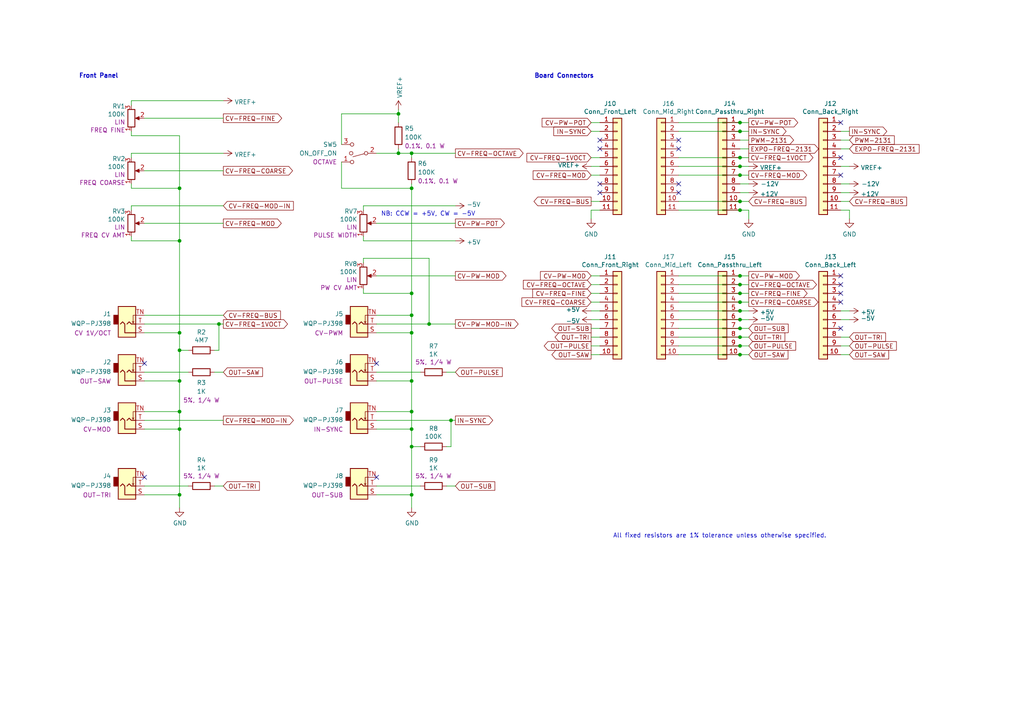
<source format=kicad_sch>
(kicad_sch (version 20211123) (generator eeschema)
  (paper "A4")
  (title_block (title "Main - Eurorack SSI2131 VCO") (date "2022-03-17") (rev "1.3") (company "Len Popp") (comment 1 "Copyright © 2022 Len Popp CC BY") (comment 2 "Eurorack VCO module based on SSI2131, 10 HP"))
  (lib_symbols
    (symbol "-lmp-power:+12V" (power) (pin_names (offset 0))
      (property "Value" "-lmp-power_+12V" (at 0 3.556 0))
      (symbol "+12V_1_1"
        (pin power_in line (at 0 0 90) (length 0) hide (name "+12V") (number "1"))
      )
    )
    (symbol "-lmp-power:+5V" (power) (pin_names (offset 0))
      (property "Value" "-lmp-power_+5V" (at 0 3.556 0))
      (symbol "+5V_1_1"
        (pin power_in line (at 0 0 90) (length 0) hide (name "+5V") (number "1"))
      )
    )
    (symbol "-lmp-power:-12V" (power) (pin_names (offset 0))
      (property "Value" "-lmp-power_-12V" (at 0 -3.556 0))
      (symbol "-12V_1_1"
        (pin power_in line (at 0 0 270) (length 0) hide (name "-12V") (number "1"))
      )
    )
    (symbol "-lmp-power:-5V" (power) (pin_names (offset 0))
      (property "Value" "-lmp-power_-5V" (at 0 -3.556 0))
      (symbol "-5V_1_1"
        (pin power_in line (at 0 0 270) (length 0) hide (name "-5V") (number "1"))
      )
    )
    (symbol "-lmp-power:GND" (power) (pin_names (offset 0))
      (property "Value" "-lmp-power_GND" (at 0 -3.81 0))
      (symbol "GND_1_1"
        (pin power_in line (at 0 0 270) (length 0) hide (name "GND") (number "1"))
      )
    )
    (symbol "-lmp-power:VREF+" (power) (pin_names (offset 0))
      (property "Value" "-lmp-power_VREF+" (at 0 3.556 0))
      (symbol "VREF+_1_1"
        (pin power_in line (at 0 0 90) (length 0) hide (name "VREF+") (number "1"))
      )
    )
    (symbol "-lmp-synth:Jack_WQP-PJ398"
      (property "Reference" "J" (at 0 10.033 0))
      (property "Value" "Jack_WQP-PJ398" (at 0 7.62 0))
      (property "Label" "[label]" (at 0 5.207 0))
      (symbol "Jack_WQP-PJ398_1_1"
        (pin passive line (at 5.08 2.54 180) (length 2.54) (name "~") (number "S"))
        (pin passive line (at 5.08 0 180) (length 2.54) (name "~") (number "T"))
        (pin passive line (at 5.08 -2.54 180) (length 2.54) (name "~") (number "TN"))
      )
    )
    (symbol "-lmp-synth:R_100K_Input" (pin_numbers hide) (pin_names (offset 0))
      (property "Reference" "R" (at -2.286 0 90))
      (property "Value" "R_100K_Input" (at 2.413 0 90))
      (property "Value2" "0.1%, 0.1 W" (at 4.445 0 90))
      (symbol "R_100K_Input_1_1"
        (pin passive line (at 0 3.81 270) (length 1.27) (name "~") (number "1"))
        (pin passive line (at 0 -3.81 90) (length 1.27) (name "~") (number "2"))
      )
    )
    (symbol "-lmp-synth:R_1K_Output" (pin_numbers hide) (pin_names (offset 0))
      (property "Reference" "R" (at -2.286 0 90))
      (property "Value" "R_1K_Output" (at 2.413 0 90))
      (property "Value2" "5%, 1/4 W" (at 4.445 0 90))
      (symbol "R_1K_Output_1_1"
        (pin passive line (at 0 3.81 270) (length 1.27) (name "~") (number "1"))
        (pin passive line (at 0 -3.81 90) (length 1.27) (name "~") (number "2"))
      )
    )
    (symbol "-lmp-synth:R_POT_Panel_PCB_Alpha" (pin_names (offset 1.016) hide)
      (property "Reference" "RV" (at -9.144 0 90))
      (property "Value" "R_POT_Panel_PCB_Alpha" (at -7.239 0 90))
      (property "Value2" "[LIN/LOG]" (at -5.207 0 90))
      (property "Label" "[label]" (at -3.175 0 90))
      (symbol "R_POT_Panel_PCB_Alpha_1_1"
        (pin passive line (at 0 3.81 270) (length 1.27) (name "1") (number "1"))
        (pin passive line (at 3.81 0 180) (length 1.27) (name "2") (number "2"))
        (pin passive line (at 0 -3.81 90) (length 1.27) (name "3") (number "3"))
      )
    )
    (symbol "-lmp-synth:R_POT_TRIM_Panel_SongHuei" (pin_names (offset 1.016) hide)
      (property "Reference" "RV" (at -9.144 0 90))
      (property "Value" "R_POT_TRIM_Panel_SongHuei" (at -7.239 0 90))
      (property "Value2" "[LIN/LOG]" (at -5.207 0 90))
      (property "Label" "[label]" (at -3.175 0 90))
      (symbol "R_POT_TRIM_Panel_SongHuei_1_1"
        (pin passive line (at 0 3.81 270) (length 1.27) (name "1") (number "1"))
        (pin passive line (at 3.81 0 180) (length 1.27) (name "2") (number "2"))
        (pin passive line (at 0 -3.81 90) (length 1.27) (name "3") (number "3"))
      )
    )
    (symbol "-lmp-synth:SW_SPDT_ON_OFF_ON" (pin_names (offset 0) hide)
      (property "Reference" "SW" (at 0 5.08 0))
      (property "Value" "SW_SPDT_ON_OFF_ON" (at 0 -5.08 0))
      (property "Label" "[label]" (at 0 0 0))
      (symbol "SW_SPDT_ON_OFF_ON_1_1"
        (pin passive line (at 5.08 2.54 180) (length 2.54) (name "1") (number "1"))
        (pin passive line (at -5.08 0 0) (length 2.54) (name "2") (number "2"))
        (pin passive line (at 5.08 -2.54 180) (length 2.54) (name "3") (number "3"))
      )
    )
    (symbol "-lmp:R_1%_0W166" (pin_numbers hide) (pin_names (offset 0))
      (property "Reference" "R" (at -2.286 0 90))
      (property "Value" "R_1%_0W166" (at 2.413 0 90))
      (symbol "R_1%_0W166_1_1"
        (pin passive line (at 0 3.81 270) (length 1.27) (name "~") (number "1"))
        (pin passive line (at 0 -3.81 90) (length 1.27) (name "~") (number "2"))
      )
    )
    (symbol "Connector_Generic:Conn_01x10" (pin_names (offset 1.016) hide)
      (property "Reference" "J" (at 0 12.7 0))
      (property "Value" "Conn_01x10" (at 0 -15.24 0))
      (symbol "Conn_01x10_1_1"
        (pin passive line (at -5.08 10.16 0) (length 3.81) (name "Pin_1") (number "1"))
        (pin passive line (at -5.08 -12.7 0) (length 3.81) (name "Pin_10") (number "10"))
        (pin passive line (at -5.08 7.62 0) (length 3.81) (name "Pin_2") (number "2"))
        (pin passive line (at -5.08 5.08 0) (length 3.81) (name "Pin_3") (number "3"))
        (pin passive line (at -5.08 2.54 0) (length 3.81) (name "Pin_4") (number "4"))
        (pin passive line (at -5.08 0 0) (length 3.81) (name "Pin_5") (number "5"))
        (pin passive line (at -5.08 -2.54 0) (length 3.81) (name "Pin_6") (number "6"))
        (pin passive line (at -5.08 -5.08 0) (length 3.81) (name "Pin_7") (number "7"))
        (pin passive line (at -5.08 -7.62 0) (length 3.81) (name "Pin_8") (number "8"))
        (pin passive line (at -5.08 -10.16 0) (length 3.81) (name "Pin_9") (number "9"))
      )
    )
    (symbol "Connector_Generic:Conn_01x11" (pin_names (offset 1.016) hide)
      (property "Reference" "J" (at 0 15.24 0))
      (property "Value" "Conn_01x11" (at 0 -15.24 0))
      (symbol "Conn_01x11_1_1"
        (pin passive line (at -5.08 12.7 0) (length 3.81) (name "Pin_1") (number "1"))
        (pin passive line (at -5.08 -10.16 0) (length 3.81) (name "Pin_10") (number "10"))
        (pin passive line (at -5.08 -12.7 0) (length 3.81) (name "Pin_11") (number "11"))
        (pin passive line (at -5.08 10.16 0) (length 3.81) (name "Pin_2") (number "2"))
        (pin passive line (at -5.08 7.62 0) (length 3.81) (name "Pin_3") (number "3"))
        (pin passive line (at -5.08 5.08 0) (length 3.81) (name "Pin_4") (number "4"))
        (pin passive line (at -5.08 2.54 0) (length 3.81) (name "Pin_5") (number "5"))
        (pin passive line (at -5.08 0 0) (length 3.81) (name "Pin_6") (number "6"))
        (pin passive line (at -5.08 -2.54 0) (length 3.81) (name "Pin_7") (number "7"))
        (pin passive line (at -5.08 -5.08 0) (length 3.81) (name "Pin_8") (number "8"))
        (pin passive line (at -5.08 -7.62 0) (length 3.81) (name "Pin_9") (number "9"))
      )
    )
    (symbol "GND_1" (power) (pin_names (offset 0))
      (property "Value" "GND_1" (at 0 -3.81 0))
      (symbol "GND_1_1_1"
        (pin power_in line (at 0 0 270) (length 0) hide (name "GND") (number "1"))
      )
    )
  )
  (junction (at 214.63 90.17))
  (junction (at 214.63 50.8))
  (junction (at 119.38 85.09))
  (junction (at 124.46 93.98))
  (junction (at 214.63 38.1))
  (junction (at 214.63 97.79))
  (junction (at 214.63 85.09))
  (junction (at 214.63 87.63))
  (junction (at 214.63 82.55))
  (junction (at 119.38 124.46))
  (junction (at 52.07 143.51))
  (junction (at 63.5 93.98))
  (junction (at 214.63 60.96))
  (junction (at 52.07 101.6))
  (junction (at 119.38 110.49))
  (junction (at 52.07 124.46))
  (junction (at 52.07 96.52))
  (junction (at 214.63 45.72))
  (junction (at 214.63 100.33))
  (junction (at 214.63 80.01))
  (junction (at 52.07 110.49))
  (junction (at 214.63 95.25))
  (junction (at 214.63 92.71))
  (junction (at 119.38 44.45))
  (junction (at 119.38 129.54))
  (junction (at 52.07 69.85))
  (junction (at 115.57 33.02))
  (junction (at 52.07 54.61))
  (junction (at 214.63 58.42))
  (junction (at 214.63 102.87))
  (junction (at 119.38 54.61))
  (junction (at 119.38 91.44))
  (junction (at 119.38 119.38))
  (junction (at 119.38 143.51))
  (junction (at 214.63 35.56))
  (junction (at 119.38 96.52))
  (junction (at 214.63 48.26))
  (junction (at 130.81 121.92))
  (junction (at 52.07 119.38))
  (junction (at 115.57 44.45))
  (no_connect (at 173.99 43.18))
  (no_connect (at 243.84 87.63))
  (no_connect (at 196.85 55.88))
  (no_connect (at 243.84 35.56))
  (no_connect (at 109.22 138.43))
  (no_connect (at 109.22 105.41))
  (no_connect (at 196.85 40.64))
  (no_connect (at 41.91 105.41))
  (no_connect (at 41.91 138.43))
  (no_connect (at 173.99 40.64))
  (no_connect (at 173.99 53.34))
  (no_connect (at 243.84 50.8))
  (no_connect (at 243.84 85.09))
  (no_connect (at 243.84 95.25))
  (no_connect (at 243.84 80.01))
  (no_connect (at 243.84 82.55))
  (no_connect (at 243.84 45.72))
  (no_connect (at 196.85 53.34))
  (no_connect (at 173.99 55.88))
  (no_connect (at 196.85 43.18))
  (wire (pts (xy 109.22 93.98) (xy 124.46 93.98)))
  (wire (pts (xy 214.63 55.88) (xy 217.17 55.88)))
  (wire (pts (xy 52.07 101.6) (xy 52.07 110.49)))
  (wire (pts (xy 52.07 143.51) (xy 52.07 147.32)))
  (wire (pts (xy 217.17 82.55) (xy 214.63 82.55)))
  (wire (pts (xy 214.63 58.42) (xy 217.17 58.42)))
  (wire (pts (xy 41.91 34.29) (xy 64.77 34.29)))
  (wire (pts (xy 214.63 53.34) (xy 217.17 53.34)))
  (wire (pts (xy 129.54 140.97) (xy 132.08 140.97)))
  (wire (pts (xy 214.63 97.79) (xy 217.17 97.79)))
  (wire (pts (xy 41.91 121.92) (xy 64.77 121.92)))
  (wire (pts (xy 109.22 140.97) (xy 121.92 140.97)))
  (wire (pts (xy 246.38 97.79) (xy 243.84 97.79)))
  (wire (pts (xy 119.38 54.61) (xy 119.38 85.09)))
  (wire (pts (xy 109.22 64.77) (xy 132.08 64.77)))
  (wire (pts (xy 109.22 121.92) (xy 130.81 121.92)))
  (wire (pts (xy 171.45 38.1) (xy 173.99 38.1)))
  (wire (pts (xy 243.84 90.17) (xy 246.38 90.17)))
  (wire (pts (xy 171.45 80.01) (xy 173.99 80.01)))
  (wire (pts (xy 246.38 48.26) (xy 243.84 48.26)))
  (wire (pts (xy 132.08 121.92) (xy 130.81 121.92)))
  (wire (pts (xy 129.54 107.95) (xy 132.08 107.95)))
  (wire (pts (xy 196.85 38.1) (xy 214.63 38.1)))
  (wire (pts (xy 171.45 85.09) (xy 173.99 85.09)))
  (wire (pts (xy 38.1 44.45) (xy 64.77 44.45)))
  (wire (pts (xy 109.22 143.51) (xy 119.38 143.51)))
  (wire (pts (xy 41.91 91.44) (xy 64.77 91.44)))
  (wire (pts (xy 124.46 93.98) (xy 132.08 93.98)))
  (wire (pts (xy 171.45 45.72) (xy 173.99 45.72)))
  (wire (pts (xy 52.07 96.52) (xy 52.07 101.6)))
  (wire (pts (xy 41.91 93.98) (xy 63.5 93.98)))
  (wire (pts (xy 105.41 76.2) (xy 105.41 74.93)))
  (wire (pts (xy 196.85 90.17) (xy 214.63 90.17)))
  (wire (pts (xy 38.1 60.96) (xy 38.1 59.69)))
  (wire (pts (xy 109.22 107.95) (xy 121.92 107.95)))
  (wire (pts (xy 119.38 110.49) (xy 119.38 119.38)))
  (wire (pts (xy 105.41 69.85) (xy 105.41 68.58)))
  (wire (pts (xy 63.5 93.98) (xy 64.77 93.98)))
  (wire (pts (xy 109.22 96.52) (xy 119.38 96.52)))
  (wire (pts (xy 246.38 58.42) (xy 243.84 58.42)))
  (wire (pts (xy 243.84 40.64) (xy 246.38 40.64)))
  (wire (pts (xy 41.91 119.38) (xy 52.07 119.38)))
  (wire (pts (xy 62.23 107.95) (xy 64.77 107.95)))
  (wire (pts (xy 171.45 48.26) (xy 173.99 48.26)))
  (wire (pts (xy 38.1 69.85) (xy 52.07 69.85)))
  (wire (pts (xy 171.45 90.17) (xy 173.99 90.17)))
  (wire (pts (xy 217.17 50.8) (xy 214.63 50.8)))
  (wire (pts (xy 171.45 60.96) (xy 173.99 60.96)))
  (wire (pts (xy 119.38 53.34) (xy 119.38 54.61)))
  (wire (pts (xy 109.22 119.38) (xy 119.38 119.38)))
  (wire (pts (xy 38.1 30.48) (xy 38.1 29.21)))
  (wire (pts (xy 171.45 82.55) (xy 173.99 82.55)))
  (wire (pts (xy 109.22 124.46) (xy 119.38 124.46)))
  (wire (pts (xy 38.1 59.69) (xy 64.77 59.69)))
  (wire (pts (xy 129.54 129.54) (xy 130.81 129.54)))
  (wire (pts (xy 171.45 100.33) (xy 173.99 100.33)))
  (wire (pts (xy 171.45 60.96) (xy 171.45 63.5)))
  (wire (pts (xy 38.1 39.37) (xy 52.07 39.37)))
  (wire (pts (xy 38.1 45.72) (xy 38.1 44.45)))
  (wire (pts (xy 196.85 50.8) (xy 214.63 50.8)))
  (wire (pts (xy 214.63 90.17) (xy 217.17 90.17)))
  (wire (pts (xy 196.85 92.71) (xy 214.63 92.71)))
  (wire (pts (xy 243.84 55.88) (xy 246.38 55.88)))
  (wire (pts (xy 196.85 97.79) (xy 214.63 97.79)))
  (wire (pts (xy 171.45 97.79) (xy 173.99 97.79)))
  (wire (pts (xy 119.38 91.44) (xy 119.38 96.52)))
  (wire (pts (xy 41.91 140.97) (xy 54.61 140.97)))
  (wire (pts (xy 214.63 48.26) (xy 217.17 48.26)))
  (wire (pts (xy 196.85 100.33) (xy 214.63 100.33)))
  (wire (pts (xy 124.46 74.93) (xy 105.41 74.93)))
  (wire (pts (xy 119.38 44.45) (xy 132.08 44.45)))
  (wire (pts (xy 171.45 102.87) (xy 173.99 102.87)))
  (wire (pts (xy 41.91 96.52) (xy 52.07 96.52)))
  (wire (pts (xy 109.22 80.01) (xy 132.08 80.01)))
  (wire (pts (xy 52.07 101.6) (xy 54.61 101.6)))
  (wire (pts (xy 119.38 96.52) (xy 119.38 110.49)))
  (wire (pts (xy 217.17 80.01) (xy 214.63 80.01)))
  (wire (pts (xy 196.85 48.26) (xy 214.63 48.26)))
  (wire (pts (xy 38.1 53.34) (xy 38.1 54.61)))
  (wire (pts (xy 119.38 85.09) (xy 119.38 91.44)))
  (wire (pts (xy 171.45 58.42) (xy 173.99 58.42)))
  (wire (pts (xy 41.91 49.53) (xy 64.77 49.53)))
  (wire (pts (xy 196.85 95.25) (xy 214.63 95.25)))
  (wire (pts (xy 217.17 85.09) (xy 214.63 85.09)))
  (wire (pts (xy 63.5 101.6) (xy 63.5 93.98)))
  (wire (pts (xy 217.17 35.56) (xy 214.63 35.56)))
  (wire (pts (xy 52.07 124.46) (xy 52.07 143.51)))
  (wire (pts (xy 246.38 102.87) (xy 243.84 102.87)))
  (wire (pts (xy 214.63 100.33) (xy 217.17 100.33)))
  (wire (pts (xy 196.85 87.63) (xy 214.63 87.63)))
  (wire (pts (xy 196.85 82.55) (xy 214.63 82.55)))
  (wire (pts (xy 171.45 50.8) (xy 173.99 50.8)))
  (wire (pts (xy 52.07 119.38) (xy 52.07 124.46)))
  (wire (pts (xy 246.38 60.96) (xy 246.38 63.5)))
  (wire (pts (xy 115.57 44.45) (xy 119.38 44.45)))
  (wire (pts (xy 130.81 129.54) (xy 130.81 121.92)))
  (wire (pts (xy 119.38 124.46) (xy 119.38 129.54)))
  (wire (pts (xy 41.91 143.51) (xy 52.07 143.51)))
  (wire (pts (xy 171.45 92.71) (xy 173.99 92.71)))
  (wire (pts (xy 115.57 33.02) (xy 115.57 35.56)))
  (wire (pts (xy 105.41 85.09) (xy 119.38 85.09)))
  (wire (pts (xy 196.85 45.72) (xy 214.63 45.72)))
  (wire (pts (xy 119.38 44.45) (xy 119.38 45.72)))
  (wire (pts (xy 214.63 45.72) (xy 217.17 45.72)))
  (wire (pts (xy 99.06 33.02) (xy 99.06 41.91)))
  (wire (pts (xy 41.91 110.49) (xy 52.07 110.49)))
  (wire (pts (xy 196.85 85.09) (xy 214.63 85.09)))
  (wire (pts (xy 196.85 102.87) (xy 214.63 102.87)))
  (wire (pts (xy 105.41 69.85) (xy 132.08 69.85)))
  (wire (pts (xy 214.63 43.18) (xy 217.17 43.18)))
  (wire (pts (xy 217.17 60.96) (xy 217.17 63.5)))
  (wire (pts (xy 52.07 110.49) (xy 52.07 119.38)))
  (wire (pts (xy 41.91 64.77) (xy 64.77 64.77)))
  (wire (pts (xy 124.46 93.98) (xy 124.46 74.93)))
  (wire (pts (xy 41.91 124.46) (xy 52.07 124.46)))
  (wire (pts (xy 105.41 83.82) (xy 105.41 85.09)))
  (wire (pts (xy 105.41 59.69) (xy 105.41 60.96)))
  (wire (pts (xy 109.22 110.49) (xy 119.38 110.49)))
  (wire (pts (xy 52.07 69.85) (xy 52.07 96.52)))
  (wire (pts (xy 115.57 31.75) (xy 115.57 33.02)))
  (wire (pts (xy 38.1 29.21) (xy 64.77 29.21)))
  (wire (pts (xy 99.06 54.61) (xy 119.38 54.61)))
  (wire (pts (xy 246.38 38.1) (xy 243.84 38.1)))
  (wire (pts (xy 105.41 59.69) (xy 132.08 59.69)))
  (wire (pts (xy 217.17 87.63) (xy 214.63 87.63)))
  (wire (pts (xy 171.45 35.56) (xy 173.99 35.56)))
  (wire (pts (xy 109.22 91.44) (xy 119.38 91.44)))
  (wire (pts (xy 115.57 43.18) (xy 115.57 44.45)))
  (wire (pts (xy 119.38 129.54) (xy 119.38 143.51)))
  (wire (pts (xy 38.1 68.58) (xy 38.1 69.85)))
  (wire (pts (xy 243.84 43.18) (xy 246.38 43.18)))
  (wire (pts (xy 62.23 140.97) (xy 64.77 140.97)))
  (wire (pts (xy 41.91 107.95) (xy 54.61 107.95)))
  (wire (pts (xy 246.38 53.34) (xy 243.84 53.34)))
  (wire (pts (xy 119.38 129.54) (xy 121.92 129.54)))
  (wire (pts (xy 171.45 87.63) (xy 173.99 87.63)))
  (wire (pts (xy 217.17 95.25) (xy 214.63 95.25)))
  (wire (pts (xy 109.22 44.45) (xy 115.57 44.45)))
  (wire (pts (xy 214.63 102.87) (xy 217.17 102.87)))
  (wire (pts (xy 119.38 119.38) (xy 119.38 124.46)))
  (wire (pts (xy 246.38 60.96) (xy 243.84 60.96)))
  (wire (pts (xy 196.85 58.42) (xy 214.63 58.42)))
  (wire (pts (xy 62.23 101.6) (xy 63.5 101.6)))
  (wire (pts (xy 52.07 54.61) (xy 52.07 69.85)))
  (wire (pts (xy 196.85 35.56) (xy 214.63 35.56)))
  (wire (pts (xy 196.85 60.96) (xy 214.63 60.96)))
  (wire (pts (xy 38.1 54.61) (xy 52.07 54.61)))
  (wire (pts (xy 217.17 60.96) (xy 214.63 60.96)))
  (wire (pts (xy 119.38 143.51) (xy 119.38 147.32)))
  (wire (pts (xy 196.85 80.01) (xy 214.63 80.01)))
  (wire (pts (xy 217.17 92.71) (xy 214.63 92.71)))
  (wire (pts (xy 99.06 46.99) (xy 99.06 54.61)))
  (wire (pts (xy 214.63 40.64) (xy 217.17 40.64)))
  (wire (pts (xy 38.1 38.1) (xy 38.1 39.37)))
  (wire (pts (xy 214.63 38.1) (xy 217.17 38.1)))
  (wire (pts (xy 52.07 39.37) (xy 52.07 54.61)))
  (wire (pts (xy 246.38 92.71) (xy 243.84 92.71)))
  (wire (pts (xy 171.45 95.25) (xy 173.99 95.25)))
  (wire (pts (xy 243.84 100.33) (xy 246.38 100.33)))
  (wire (pts (xy 115.57 33.02) (xy 99.06 33.02)))
  (text "NB: CCW = +5V, CW = -5V" (at 110.49 62.865 0) (effects (font (size 1.27 1.27)) (justify left bottom)))
  (text "Board Connectors" (at 154.94 22.86 0) (effects (font (size 1.27 1.27) (thickness 0.254) bold) (justify left bottom)))
  (text "All fixed resistors are 1% tolerance unless otherwise specified." (at 177.8 156.21 0) (effects (font (size 1.27 1.27)) (justify left bottom)))
  (text "Front Panel" (at 22.86 22.86 0) (effects (font (size 1.27 1.27) (thickness 0.254) bold) (justify left bottom)))
  (global_label "OUT-PULSE" (shape input) (at 217.17 100.33 0) (property "Intersheet References" "${INTERSHEET_REFS}" (effects hide)))
  (global_label "OUT-TRI" (shape input) (at 217.17 97.79 0) (property "Intersheet References" "${INTERSHEET_REFS}" (effects hide)))
  (global_label "OUT-TRI" (shape input) (at 246.38 97.79 0) (property "Intersheet References" "${INTERSHEET_REFS}" (effects hide)))
  (global_label "OUT-SUB" (shape input) (at 132.08 140.97 0) (property "Intersheet References" "${INTERSHEET_REFS}" (effects hide)))
  (global_label "CV-PW-POT" (shape output) (at 217.17 35.56 0) (property "Intersheet References" "${INTERSHEET_REFS}" (effects hide)))
  (global_label "CV-PW-MOD-IN" (shape output) (at 132.08 93.98 0) (property "Intersheet References" "${INTERSHEET_REFS}" (effects hide)))
  (global_label "OUT-SAW" (shape input) (at 246.38 102.87 0) (property "Intersheet References" "${INTERSHEET_REFS}" (effects hide)))
  (global_label "OUT-SAW" (shape input) (at 64.77 107.95 0) (property "Intersheet References" "${INTERSHEET_REFS}" (effects hide)))
  (global_label "CV-FREQ-MOD-IN" (shape output) (at 64.77 121.92 0) (property "Intersheet References" "${INTERSHEET_REFS}" (effects hide)))
  (global_label "CV-FREQ-1VOCT" (shape output) (at 64.77 93.98 0) (property "Intersheet References" "${INTERSHEET_REFS}" (effects hide)))
  (global_label "EXPO-FREQ-2131" (shape output) (at 217.17 43.18 0) (property "Intersheet References" "${INTERSHEET_REFS}" (effects hide)))
  (global_label "CV-FREQ-COARSE" (shape output) (at 64.77 49.53 0) (property "Intersheet References" "${INTERSHEET_REFS}" (effects hide)))
  (global_label "CV-FREQ-OCTAVE" (shape output) (at 217.17 82.55 0) (property "Intersheet References" "${INTERSHEET_REFS}" (effects hide)))
  (global_label "CV-FREQ-BUS" (shape input) (at 64.77 91.44 0) (property "Intersheet References" "${INTERSHEET_REFS}" (effects hide)))
  (global_label "IN-SYNC" (shape output) (at 217.17 38.1 0) (property "Intersheet References" "${INTERSHEET_REFS}" (effects hide)))
  (global_label "IN-SYNC" (shape output) (at 132.08 121.92 0) (property "Intersheet References" "${INTERSHEET_REFS}" (effects hide)))
  (global_label "CV-FREQ-COARSE" (shape input) (at 171.45 87.63 180) (property "Intersheet References" "${INTERSHEET_REFS}" (effects hide)))
  (global_label "PWM-2131" (shape input) (at 246.38 40.64 0) (property "Intersheet References" "${INTERSHEET_REFS}" (effects hide)))
  (global_label "CV-FREQ-MOD" (shape input) (at 171.45 50.8 180) (property "Intersheet References" "${INTERSHEET_REFS}" (effects hide)))
  (global_label "OUT-SUB" (shape output) (at 171.45 95.25 180) (property "Intersheet References" "${INTERSHEET_REFS}" (effects hide)))
  (global_label "CV-FREQ-FINE" (shape output) (at 217.17 85.09 0) (property "Intersheet References" "${INTERSHEET_REFS}" (effects hide)))
  (global_label "PWM-2131" (shape output) (at 217.17 40.64 0) (property "Intersheet References" "${INTERSHEET_REFS}" (effects hide)))
  (global_label "CV-PW-MOD" (shape input) (at 171.45 80.01 180) (property "Intersheet References" "${INTERSHEET_REFS}" (effects hide)))
  (global_label "OUT-PULSE" (shape input) (at 246.38 100.33 0) (property "Intersheet References" "${INTERSHEET_REFS}" (effects hide)))
  (global_label "IN-SYNC" (shape input) (at 171.45 38.1 180) (property "Intersheet References" "${INTERSHEET_REFS}" (effects hide)))
  (global_label "CV-FREQ-1VOCT" (shape output) (at 217.17 45.72 0) (property "Intersheet References" "${INTERSHEET_REFS}" (effects hide)))
  (global_label "OUT-SUB" (shape input) (at 217.17 95.25 0) (property "Intersheet References" "${INTERSHEET_REFS}" (effects hide)))
  (global_label "CV-FREQ-MOD" (shape output) (at 64.77 64.77 0) (property "Intersheet References" "${INTERSHEET_REFS}" (effects hide)))
  (global_label "CV-FREQ-OCTAVE" (shape output) (at 132.08 44.45 0) (property "Intersheet References" "${INTERSHEET_REFS}" (effects hide)))
  (global_label "CV-FREQ-BUS" (shape output) (at 171.45 58.42 180) (property "Intersheet References" "${INTERSHEET_REFS}" (effects hide)))
  (global_label "CV-FREQ-COARSE" (shape output) (at 217.17 87.63 0) (property "Intersheet References" "${INTERSHEET_REFS}" (effects hide)))
  (global_label "OUT-SAW" (shape output) (at 171.45 102.87 180) (property "Intersheet References" "${INTERSHEET_REFS}" (effects hide)))
  (global_label "CV-PW-MOD" (shape output) (at 217.17 80.01 0) (property "Intersheet References" "${INTERSHEET_REFS}" (effects hide)))
  (global_label "CV-FREQ-FINE" (shape input) (at 171.45 85.09 180) (property "Intersheet References" "${INTERSHEET_REFS}" (effects hide)))
  (global_label "OUT-PULSE" (shape input) (at 132.08 107.95 0) (property "Intersheet References" "${INTERSHEET_REFS}" (effects hide)))
  (global_label "CV-FREQ-BUS" (shape input) (at 217.17 58.42 0) (property "Intersheet References" "${INTERSHEET_REFS}" (effects hide)))
  (global_label "CV-PW-POT" (shape output) (at 132.08 64.77 0) (property "Intersheet References" "${INTERSHEET_REFS}" (effects hide)))
  (global_label "OUT-PULSE" (shape output) (at 171.45 100.33 180) (property "Intersheet References" "${INTERSHEET_REFS}" (effects hide)))
  (global_label "OUT-SAW" (shape input) (at 217.17 102.87 0) (property "Intersheet References" "${INTERSHEET_REFS}" (effects hide)))
  (global_label "CV-FREQ-OCTAVE" (shape input) (at 171.45 82.55 180) (property "Intersheet References" "${INTERSHEET_REFS}" (effects hide)))
  (global_label "CV-PW-MOD" (shape output) (at 132.08 80.01 0) (property "Intersheet References" "${INTERSHEET_REFS}" (effects hide)))
  (global_label "CV-FREQ-FINE" (shape output) (at 64.77 34.29 0) (property "Intersheet References" "${INTERSHEET_REFS}" (effects hide)))
  (global_label "CV-PW-POT" (shape input) (at 171.45 35.56 180) (property "Intersheet References" "${INTERSHEET_REFS}" (effects hide)))
  (global_label "OUT-TRI" (shape input) (at 64.77 140.97 0) (property "Intersheet References" "${INTERSHEET_REFS}" (effects hide)))
  (global_label "CV-FREQ-MOD" (shape output) (at 217.17 50.8 0) (property "Intersheet References" "${INTERSHEET_REFS}" (effects hide)))
  (global_label "CV-FREQ-BUS" (shape input) (at 246.38 58.42 0) (property "Intersheet References" "${INTERSHEET_REFS}" (effects hide)))
  (global_label "EXPO-FREQ-2131" (shape input) (at 246.38 43.18 0) (property "Intersheet References" "${INTERSHEET_REFS}" (effects hide)))
  (global_label "IN-SYNC" (shape output) (at 246.38 38.1 0) (property "Intersheet References" "${INTERSHEET_REFS}" (effects hide)))
  (global_label "OUT-TRI" (shape output) (at 171.45 97.79 180) (property "Intersheet References" "${INTERSHEET_REFS}" (effects hide)))
  (global_label "CV-FREQ-MOD-IN" (shape input) (at 64.77 59.69 0) (property "Intersheet References" "${INTERSHEET_REFS}" (effects hide)))
  (global_label "CV-FREQ-1VOCT" (shape input) (at 171.45 45.72 180) (property "Intersheet References" "${INTERSHEET_REFS}" (effects hide)))
  (symbol (lib_id "Connector_Generic:Conn_01x11") (at 179.07 48.26 0) (unit 1)
    (property "Reference" "J10" (at 176.9872 30.0482 0))
    (property "Value" "Conn_Front_Left" (at 176.9872 32.3596 0))
    (property "Footprint" "Connector_PinSocket_2.54mm:PinSocket_1x11_P2.54mm_Vertical" (effects hide))
  )
  (symbol (lib_id "Connector_Generic:Conn_01x11") (at 238.76 48.26 0) (mirror y) (unit 1)
    (property "Reference" "J12" (at 240.8428 30.0482 0))
    (property "Value" "Conn_Back_Right" (at 240.8428 32.3596 0))
    (property "Footprint" "Connector_PinHeader_2.54mm:PinHeader_1x11_P2.54mm_Vertical" (effects hide))
  )
  (symbol (lib_id "Connector_Generic:Conn_01x10") (at 179.07 90.17 0) (unit 1)
    (property "Reference" "J11" (at 176.9872 74.4982 0))
    (property "Value" "Conn_Front_Right" (at 176.9872 76.8096 0))
    (property "Footprint" "Connector_PinSocket_2.54mm:PinSocket_1x10_P2.54mm_Vertical" (effects hide))
  )
  (symbol (lib_id "Connector_Generic:Conn_01x10") (at 238.76 90.17 0) (mirror y) (unit 1)
    (property "Reference" "J13" (at 240.8428 74.4982 0))
    (property "Value" "Conn_Back_Left" (at 240.8428 76.8096 0))
    (property "Footprint" "Connector_PinHeader_2.54mm:PinHeader_1x10_P2.54mm_Vertical" (effects hide))
  )
  (symbol (lib_id "-lmp-synth:Jack_WQP-PJ398") (at 36.83 93.98 0) (mirror x) (unit 1)
    (property "Reference" "J1" (at 32.2581 91.0489 0) (effects (justify right)))
    (property "Value" "WQP-PJ398" (at 32.2581 93.824 0) (effects (justify right)))
    (property "Footprint" "-lmp-synth:Jack_3.5mm_QingPu_WQP-PJ398SM_Vertical" (effects hide))
    (property "Datasheet" "http://www.qingpu-electronics.com/en/products/WQP-PJ398SM-362.html" (effects hide))
    (property "Label" "CV 1V/OCT" (at 32.2581 96.5991 0) (effects (justify right)))
    (property "Manufacturer" "QingPu / Thonk" (effects hide))
    (property "ManufacturerPartNum" "PJ398SM / WQP518MA" (effects hide))
    (property "Distributor" "Thonk" (effects hide))
    (property "DistributorPartNum" "PJ398SM" (effects hide))
    (property "DistributorPartLink" "https://www.thonk.co.uk/shop/thonkiconn/" (effects hide))
    (property "Distributor2" "SynthCube" (effects hide))
    (property "Distributor3" "Adafruit" (effects hide))
    (property "DistributorPartLink2" "https://synthcube.com/cart/3-5mm-euro-jacks" (effects hide))
    (property "DistributorPartLink3" "https://www.adafruit.com/product/4031" (effects hide))
    (property "DistributorPartNum2" "WQP518MA" (effects hide))
    (property "DistributorPartNum3" "4031" (effects hide))
  )
  (symbol (lib_id "Connector_Generic:Conn_01x11") (at 191.77 48.26 0) (mirror y) (unit 1)
    (property "Reference" "J16" (at 193.8528 30.0482 0))
    (property "Value" "Conn_Mid_Right" (at 193.8528 32.3596 0))
    (property "Footprint" "Connector_PinHeader_2.54mm:PinHeader_1x11_P2.54mm_Vertical" (effects hide))
  )
  (symbol (lib_id "Connector_Generic:Conn_01x10") (at 191.77 90.17 0) (mirror y) (unit 1)
    (property "Reference" "J17" (at 193.8528 74.4982 0))
    (property "Value" "Conn_Mid_Left" (at 193.8528 76.8096 0))
    (property "Footprint" "Connector_PinHeader_2.54mm:PinHeader_1x10_P2.54mm_Vertical" (effects hide))
  )
  (symbol (lib_id "-lmp-synth:R_POT_Panel_PCB_Alpha") (at 38.1 34.29 0) (mirror x) (unit 1)
    (property "Reference" "RV1" (at 36.3474 30.8102 0) (effects (justify right)))
    (property "Value" "100K" (at 36.3474 33.1216 0) (effects (justify right)))
    (property "Footprint" "-lmp-synth:Potentiometer_Alpha_RD901F-40-00D_Single_Vertical" (effects hide))
    (property "Datasheet" "https://www.mouser.ca/datasheet/2/13/alpha_taiwan_08192019_RD901F-40-15R1-B(resistance_-1627810.pdf" (effects hide))
    (property "Value2" "LIN" (at 36.3474 35.433 0) (effects (justify right)))
    (property "Label" "FREQ FINE" (at 36.3474 37.7444 0) (effects (justify right)))
    (property "Manufacturer" "Alpha" (effects hide))
    (property "ManufacturerPartNum" "RD901F-40-15R1-B100K-00DL1" (effects hide))
    (property "Distributor" "Thonk" (effects hide))
    (property "DistributorPartNum" "Group_Pot_Alpha_6.35mm" (effects hide))
    (property "DistributorPartLink" "https://www.thonk.co.uk/shop/alpha-9mm-pots/" (effects hide))
    (property "Distributor2" "Mouser" (effects hide))
    (property "Distributor3" "SynthCube" (effects hide))
    (property "DistributorPartLink2" "https://www.mouser.ca/ProductDetail/Alpha-Taiwan/RD901F-40-15R1-B100K-00DL1?qs=1mbolxNpo8czbLgndpJJVQ%3D%3D" (effects hide))
    (property "DistributorPartLink3" "https://synthcube.com/cart/alpha-9mm-potentiometer-right-angle-pcb-mount-6-35mm-round-shaft" (effects hide))
    (property "DistributorPartNum2" "311-1940F-15R1-B100K" (effects hide))
    (property "DistributorPartNum3" "9MMALPHAPOTMSTR" (effects hide))
  )
  (symbol (lib_id "-lmp-synth:R_POT_TRIM_Panel_SongHuei") (at 38.1 64.77 0) (mirror x) (unit 1)
    (property "Reference" "RV3" (at 36.322 61.2902 0) (effects (justify right)))
    (property "Value" "100K" (at 36.322 63.6016 0) (effects (justify right)))
    (property "Footprint" "-lmp-synth:Potentiometer_Alpha_RD901F-40-00D_Single_Vertical" (effects hide))
    (property "Datasheet" "http://www.song-huei.com/proimages//eng/pdfimages/R0904N.pdf" (effects hide))
    (property "Value2" "LIN" (at 36.322 65.913 0) (effects (justify right)))
    (property "Label" "FREQ CV AMT" (at 36.322 68.2244 0) (effects (justify right)))
    (property "Manufacturer" "Song Huei" (effects hide))
    (property "ManufacturerPartNum" "R0904N" (effects hide))
    (property "Distributor" "SynthCube" (effects hide))
    (property "DistributorPartNum" "SH9MMTPOTMSTR" (effects hide))
    (property "DistributorPartLink" "https://synthcube.com/cart/9mm-trimmer-pots" (effects hide))
  )
  (symbol (lib_id "-lmp-power:+12V") (at 246.38 55.88 270) (unit 1)
    (property "Reference" "#PWR0108" (effects hide))
    (property "Value" "+12V" (at 249.6312 56.261 90) (effects (justify left)))
  )
  (symbol (lib_id "Connector_Generic:Conn_01x10") (at 209.55 90.17 0) (mirror y) (unit 1)
    (property "Reference" "J15" (at 211.6328 74.4982 0))
    (property "Value" "Conn_Passthru_Left" (at 211.6328 76.8096 0))
    (property "Footprint" "Connector_PinSocket_2.54mm:PinSocket_1x10_P2.54mm_Vertical" (effects hide))
  )
  (symbol (lib_id "Connector_Generic:Conn_01x11") (at 209.55 48.26 0) (mirror y) (unit 1)
    (property "Reference" "J14" (at 211.6328 30.0482 0))
    (property "Value" "Conn_Passthru_Right" (at 211.6328 32.3596 0))
    (property "Footprint" "Connector_PinSocket_2.54mm:PinSocket_1x11_P2.54mm_Vertical" (effects hide))
  )
  (symbol (lib_id "-lmp-synth:SW_SPDT_ON_OFF_ON") (at 104.14 44.45 180) (unit 1)
    (property "Reference" "SW5" (at 97.79 41.91 0) (effects (justify left)))
    (property "Value" "ON_OFF_ON" (at 97.79 44.4469 0) (effects (justify left)))
    (property "Footprint" "-lmp-misc:SW_SPDT_THT_2.54" (effects hide))
    (property "Datasheet" "https://www.mouser.ca/datasheet/2/221/MS-100542-1173960.pdf" (effects hide))
    (property "Label" "OCTAVE" (at 97.79 46.9838 0) (effects (justify left)))
    (property "Manufacturer" "Mountain Switch" (effects hide))
    (property "ManufacturerPartNum" "10TC412" (effects hide))
    (property "Distributor" "Mouser" (effects hide))
    (property "DistributorPartNum" "10TC412" (effects hide))
    (property "DistributorPartLink" "https://www.mouser.ca/ProductDetail/Mountain-Switch/10TC412?qs=ITV4B%252BNEbTr7VI8tqT4%252BiQ%3D%3D" (effects hide))
    (property "Distributor2" "Thonk" (effects hide))
    (property "Distributor3" "SynthCube" (effects hide))
    (property "DistributorPartLink2" "https://www.thonk.co.uk/shop/sub-mini-toggle-switches/" (effects hide))
    (property "DistributorPartLink3" "https://synthcube.com/cart/toggle-switch-submini-pc-pin" (effects hide))
  )
  (symbol (lib_id "-lmp-power:-12V") (at 246.38 53.34 90) (unit 1)
    (property "Reference" "#PWR027" (effects hide))
    (property "Value" "-12V" (at 249.809 53.34 90) (effects (justify right)))
  )
  (symbol (lib_id "-lmp-power:VREF+") (at 246.38 48.26 270) (unit 1)
    (property "Reference" "#PWR023" (effects hide))
    (property "Value" "VREF+" (at 249.6312 48.641 90) (effects (justify left)))
  )
  (symbol (lib_id "-lmp-synth:R_1K_Output") (at 58.42 107.95 270) (unit 1)
    (property "Reference" "R3" (at 58.42 110.9964 90))
    (property "Value" "1K" (at 58.42 113.5333 90))
    (property "Footprint" "-lmp-misc:R_Axial_DIN0207_L6.3mm_D2.5mm_P10.16mm_Horizontal" (effects hide))
    (property "Datasheet" "https://www.mouser.ca/datasheet/2/427/ccf07-1762725.pdf" (effects hide))
    (property "Value2" "5%, 1/4 W" (at 58.42 116.0702 90))
    (property "Manufacturer" "Vishay / Dale" (effects hide))
    (property "ManufacturerPartNum" "CCF071K00JKE36" (effects hide))
    (property "Distributor" "Mouser" (effects hide))
    (property "DistributorPartNum" "71-CCF071K00JKE36" (effects hide))
    (property "DistributorPartLink" "https://www.mouser.ca/ProductDetail/Vishay-Dale/CCF071K00JKE36?qs=sGAEpiMZZMsPqMdJzcrNwqw41JD0NFylHV1MADcQnpo%3D" (effects hide))
    (property "Note" "Output limiting" (effects hide))
  )
  (symbol (lib_id "-lmp-power:-5V") (at 246.38 92.71 90) (unit 1)
    (property "Reference" "#PWR0111" (effects hide))
    (property "Value" "-5V" (at 249.6312 92.329 90) (effects (justify right)))
  )
  (symbol (lib_id "-lmp-power:+5V") (at 246.38 90.17 270) (unit 1)
    (property "Reference" "#PWR0112" (effects hide))
    (property "Value" "+5V" (at 249.6312 90.551 90) (effects (justify left)))
  )
  (symbol (lib_id "-lmp:R_1%_0W166") (at 58.42 101.6 270) (unit 1)
    (property "Reference" "R2" (at 58.42 96.3422 90))
    (property "Value" "4M7" (at 58.42 98.6536 90))
    (property "Footprint" "-lmp-misc:R_Axial_DIN0204_L3.6mm_D1.6mm_P7.62mm_Horizontal" (effects hide))
    (property "Datasheet" "https://www.mouser.ca/datasheet/2/447/Yageo_LR_MFR_1-1714151.pdf" (effects hide))
    (property "Value2" "1%, 1/6 W" (effects hide))
    (property "Manufacturer" "YAGEO" (effects hide))
    (property "ManufacturerPartNum" "MFR-12FTF52-4M7" (effects hide))
    (property "Distributor" "Mouser" (effects hide))
    (property "DistributorPartNum" " 603-MFR-12FTF52-4M7" (effects hide))
    (property "DistributorPartLink" "https://www.mouser.ca/ProductDetail/YAGEO/MFR-12FTF52-4M7?qs=oAGoVhmvjhy9t6uwRLL13w%3D%3D" (effects hide))
  )
  (symbol (lib_id "-lmp:R_1%_0W166") (at 125.73 129.54 270) (unit 1)
    (property "Reference" "R8" (at 125.73 124.2822 90))
    (property "Value" "100K" (at 125.73 126.5936 90))
    (property "Footprint" "-lmp-misc:R_Axial_DIN0204_L3.6mm_D1.6mm_P7.62mm_Horizontal" (effects hide))
    (property "Datasheet" "https://www.mouser.ca/datasheet/2/447/Yageo_LR_MFR_1-1714151.pdf" (effects hide))
    (property "Value2" "1%, 1/6 W" (effects hide))
    (property "Manufacturer" "YAGEO" (effects hide))
    (property "ManufacturerPartNum" "MFR-12FTF52-100K" (effects hide))
    (property "Distributor" "Mouser" (effects hide))
    (property "DistributorPartNum" "603-MFR-12FTF52-100K" (effects hide))
    (property "DistributorPartLink" "https://www.mouser.ca/ProductDetail/?qs=oAGoVhmvjhxn7uX6J9%2FOug%3D%3D" (effects hide))
  )
  (symbol (lib_id "-lmp-power:GND") (at 52.07 147.32 0) (unit 1)
    (property "Reference" "#PWR0105" (effects hide))
    (property "Value" "GND" (at 52.197 151.7142 0))
  )
  (symbol (lib_id "-lmp-power:GND") (at 119.38 147.32 0) (unit 1)
    (property "Reference" "#PWR0124" (effects hide))
    (property "Value" "GND" (at 119.507 151.7142 0))
  )
  (symbol (lib_id "-lmp-power:-5V") (at 132.08 59.69 90) (unit 1)
    (property "Reference" "#PWR0123" (effects hide))
    (property "Value" "-5V" (at 135.3312 59.309 90) (effects (justify right)))
  )
  (symbol (lib_id "-lmp-power:+5V") (at 132.08 69.85 270) (unit 1)
    (property "Reference" "#PWR0122" (effects hide))
    (property "Value" "+5V" (at 135.3312 70.231 90) (effects (justify left)))
  )
  (symbol (lib_id "-lmp-power:VREF+") (at 115.57 31.75 0) (unit 1)
    (property "Reference" "#PWR0119" (effects hide))
    (property "Value" "VREF+" (at 115.951 28.4988 90) (effects (justify left)))
  )
  (symbol (lib_id "-lmp-power:VREF+") (at 64.77 44.45 270) (unit 1)
    (property "Reference" "#PWR0106" (effects hide))
    (property "Value" "VREF+" (at 68.0212 44.831 90) (effects (justify left)))
  )
  (symbol (lib_id "-lmp-power:VREF+") (at 64.77 29.21 270) (unit 1)
    (property "Reference" "#PWR0118" (effects hide))
    (property "Value" "VREF+" (at 68.0212 29.591 90) (effects (justify left)))
  )
  (symbol (lib_id "-lmp-synth:R_POT_TRIM_Panel_SongHuei") (at 105.41 80.01 0) (mirror x) (unit 1)
    (property "Reference" "RV8" (at 103.632 76.5302 0) (effects (justify right)))
    (property "Value" "100K" (at 103.632 78.8416 0) (effects (justify right)))
    (property "Footprint" "-lmp-synth:Potentiometer_Alpha_RD901F-40-00D_Single_Vertical" (effects hide))
    (property "Datasheet" "http://www.song-huei.com/proimages//eng/pdfimages/R0904N.pdf" (effects hide))
    (property "Value2" "LIN" (at 103.632 81.153 0) (effects (justify right)))
    (property "Label" "PW CV AMT" (at 103.632 83.4644 0) (effects (justify right)))
    (property "Manufacturer" "Song Huei" (effects hide))
    (property "ManufacturerPartNum" "R0904N" (effects hide))
    (property "Distributor" "SynthCube" (effects hide))
    (property "DistributorPartNum" "SH9MMTPOTMSTR" (effects hide))
    (property "DistributorPartLink" "https://synthcube.com/cart/9mm-trimmer-pots" (effects hide))
  )
  (symbol (lib_name "GND_1") (lib_id "-lmp-power:GND") (at 171.45 63.5 0) (unit 1)
    (property "Reference" "#PWR0114" (effects hide))
    (property "Value" "GND" (at 171.45 67.9434 0))
  )
  (symbol (lib_id "-lmp-synth:R_1K_Output") (at 58.42 140.97 270) (unit 1)
    (property "Reference" "R4" (at 58.42 133.4262 90))
    (property "Value" "1K" (at 58.42 135.7376 90))
    (property "Footprint" "-lmp-misc:R_Axial_DIN0207_L6.3mm_D2.5mm_P10.16mm_Horizontal" (effects hide))
    (property "Datasheet" "https://www.mouser.ca/datasheet/2/427/ccf07-1762725.pdf" (effects hide))
    (property "Value2" "5%, 1/4 W" (at 58.42 138.049 90))
    (property "Manufacturer" "Vishay / Dale" (effects hide))
    (property "ManufacturerPartNum" "CCF071K00JKE36" (effects hide))
    (property "Distributor" "Mouser" (effects hide))
    (property "DistributorPartNum" "71-CCF071K00JKE36" (effects hide))
    (property "DistributorPartLink" "https://www.mouser.ca/ProductDetail/Vishay-Dale/CCF071K00JKE36?qs=sGAEpiMZZMsPqMdJzcrNwqw41JD0NFylHV1MADcQnpo%3D" (effects hide))
    (property "Note" "Output limiting" (effects hide))
  )
  (symbol (lib_id "-lmp-synth:R_1K_Output") (at 125.73 107.95 270) (unit 1)
    (property "Reference" "R7" (at 125.73 100.4062 90))
    (property "Value" "1K" (at 125.73 102.7176 90))
    (property "Footprint" "-lmp-misc:R_Axial_DIN0207_L6.3mm_D2.5mm_P10.16mm_Horizontal" (effects hide))
    (property "Datasheet" "https://www.mouser.ca/datasheet/2/427/ccf07-1762725.pdf" (effects hide))
    (property "Value2" "5%, 1/4 W" (at 125.73 105.029 90))
    (property "Manufacturer" "Vishay / Dale" (effects hide))
    (property "ManufacturerPartNum" "CCF071K00JKE36" (effects hide))
    (property "Distributor" "Mouser" (effects hide))
    (property "DistributorPartNum" "71-CCF071K00JKE36" (effects hide))
    (property "DistributorPartLink" "https://www.mouser.ca/ProductDetail/Vishay-Dale/CCF071K00JKE36?qs=sGAEpiMZZMsPqMdJzcrNwqw41JD0NFylHV1MADcQnpo%3D" (effects hide))
    (property "Note" "Output limiting" (effects hide))
  )
  (symbol (lib_id "-lmp-synth:R_1K_Output") (at 125.73 140.97 270) (unit 1)
    (property "Reference" "R9" (at 125.73 133.4262 90))
    (property "Value" "1K" (at 125.73 135.7376 90))
    (property "Footprint" "-lmp-misc:R_Axial_DIN0207_L6.3mm_D2.5mm_P10.16mm_Horizontal" (effects hide))
    (property "Datasheet" "https://www.mouser.ca/datasheet/2/427/ccf07-1762725.pdf" (effects hide))
    (property "Value2" "5%, 1/4 W" (at 125.73 138.049 90))
    (property "Manufacturer" "Vishay / Dale" (effects hide))
    (property "ManufacturerPartNum" "CCF071K00JKE36" (effects hide))
    (property "Distributor" "Mouser" (effects hide))
    (property "DistributorPartNum" "71-CCF071K00JKE36" (effects hide))
    (property "DistributorPartLink" "https://www.mouser.ca/ProductDetail/Vishay-Dale/CCF071K00JKE36?qs=sGAEpiMZZMsPqMdJzcrNwqw41JD0NFylHV1MADcQnpo%3D" (effects hide))
    (property "Note" "Output limiting" (effects hide))
  )
  (symbol (lib_id "-lmp-power:+5V") (at 171.45 90.17 90) (unit 1)
    (property "Reference" "#PWR0116" (effects hide))
    (property "Value" "+5V" (at 168.1988 89.789 90) (effects (justify left)))
  )
  (symbol (lib_id "-lmp-power:+12V") (at 217.17 55.88 270) (unit 1)
    (property "Reference" "#PWR0102" (effects hide))
    (property "Value" "+12V" (at 220.4212 56.261 90) (effects (justify left)))
  )
  (symbol (lib_id "-lmp-power:-12V") (at 217.17 53.34 90) (unit 1)
    (property "Reference" "#PWR0101" (effects hide))
    (property "Value" "-12V" (at 220.599 53.34 90) (effects (justify right)))
  )
  (symbol (lib_id "-lmp-synth:Jack_WQP-PJ398") (at 36.83 107.95 0) (mirror x) (unit 1)
    (property "Reference" "J2" (at 32.2581 105.0189 0) (effects (justify right)))
    (property "Value" "WQP-PJ398" (at 32.2581 107.794 0) (effects (justify right)))
    (property "Footprint" "-lmp-synth:Jack_3.5mm_QingPu_WQP-PJ398SM_Vertical" (effects hide))
    (property "Datasheet" "http://www.qingpu-electronics.com/en/products/WQP-PJ398SM-362.html" (effects hide))
    (property "Label" "OUT-SAW" (at 32.2581 110.5691 0) (effects (justify right)))
    (property "Manufacturer" "QingPu / Thonk" (effects hide))
    (property "ManufacturerPartNum" "PJ398SM / WQP518MA" (effects hide))
    (property "Distributor" "Thonk" (effects hide))
    (property "DistributorPartNum" "PJ398SM" (effects hide))
    (property "DistributorPartLink" "https://www.thonk.co.uk/shop/thonkiconn/" (effects hide))
    (property "Distributor2" "SynthCube" (effects hide))
    (property "Distributor3" "Adafruit" (effects hide))
    (property "DistributorPartLink2" "https://synthcube.com/cart/3-5mm-euro-jacks" (effects hide))
    (property "DistributorPartLink3" "https://www.adafruit.com/product/4031" (effects hide))
    (property "DistributorPartNum2" "WQP518MA" (effects hide))
    (property "DistributorPartNum3" "4031" (effects hide))
  )
  (symbol (lib_id "-lmp-synth:Jack_WQP-PJ398") (at 36.83 121.92 0) (mirror x) (unit 1)
    (property "Reference" "J3" (at 32.2581 118.9889 0) (effects (justify right)))
    (property "Value" "WQP-PJ398" (at 32.2581 121.764 0) (effects (justify right)))
    (property "Footprint" "-lmp-synth:Jack_3.5mm_QingPu_WQP-PJ398SM_Vertical" (effects hide))
    (property "Datasheet" "http://www.qingpu-electronics.com/en/products/WQP-PJ398SM-362.html" (effects hide))
    (property "Label" "CV-MOD" (at 32.2581 124.5391 0) (effects (justify right)))
    (property "Manufacturer" "QingPu / Thonk" (effects hide))
    (property "ManufacturerPartNum" "PJ398SM / WQP518MA" (effects hide))
    (property "Distributor" "Thonk" (effects hide))
    (property "DistributorPartNum" "PJ398SM" (effects hide))
    (property "DistributorPartLink" "https://www.thonk.co.uk/shop/thonkiconn/" (effects hide))
    (property "Distributor2" "SynthCube" (effects hide))
    (property "Distributor3" "Adafruit" (effects hide))
    (property "DistributorPartLink2" "https://synthcube.com/cart/3-5mm-euro-jacks" (effects hide))
    (property "DistributorPartLink3" "https://www.adafruit.com/product/4031" (effects hide))
    (property "DistributorPartNum2" "WQP518MA" (effects hide))
    (property "DistributorPartNum3" "4031" (effects hide))
  )
  (symbol (lib_id "-lmp-power:+5V") (at 217.17 90.17 270) (unit 1)
    (property "Reference" "#PWR0107" (effects hide))
    (property "Value" "+5V" (at 220.4212 90.551 90) (effects (justify left)))
  )
  (symbol (lib_id "-lmp-synth:Jack_WQP-PJ398") (at 104.14 121.92 0) (mirror x) (unit 1)
    (property "Reference" "J7" (at 99.5681 118.9889 0) (effects (justify right)))
    (property "Value" "WQP-PJ398" (at 99.5681 121.764 0) (effects (justify right)))
    (property "Footprint" "-lmp-synth:Jack_3.5mm_QingPu_WQP-PJ398SM_Vertical" (effects hide))
    (property "Datasheet" "http://www.qingpu-electronics.com/en/products/WQP-PJ398SM-362.html" (effects hide))
    (property "Label" "IN-SYNC" (at 99.5681 124.5391 0) (effects (justify right)))
    (property "Manufacturer" "QingPu / Thonk" (effects hide))
    (property "ManufacturerPartNum" "PJ398SM / WQP518MA" (effects hide))
    (property "Distributor" "Thonk" (effects hide))
    (property "DistributorPartNum" "PJ398SM" (effects hide))
    (property "DistributorPartLink" "https://www.thonk.co.uk/shop/thonkiconn/" (effects hide))
    (property "Distributor2" "SynthCube" (effects hide))
    (property "Distributor3" "Adafruit" (effects hide))
    (property "DistributorPartLink2" "https://synthcube.com/cart/3-5mm-euro-jacks" (effects hide))
    (property "DistributorPartLink3" "https://www.adafruit.com/product/4031" (effects hide))
    (property "DistributorPartNum2" "WQP518MA" (effects hide))
    (property "DistributorPartNum3" "4031" (effects hide))
  )
  (symbol (lib_name "GND_1") (lib_id "-lmp-power:GND") (at 246.38 63.5 0) (unit 1)
    (property "Reference" "#PWR0115" (effects hide))
    (property "Value" "GND" (at 246.38 67.9434 0))
  )
  (symbol (lib_id "-lmp-power:VREF+") (at 217.17 48.26 270) (unit 1)
    (property "Reference" "#PWR0103" (effects hide))
    (property "Value" "VREF+" (at 220.4212 48.641 90) (effects (justify left)))
  )
  (symbol (lib_id "-lmp-synth:Jack_WQP-PJ398") (at 36.83 140.97 0) (mirror x) (unit 1)
    (property "Reference" "J4" (at 32.2581 138.0389 0) (effects (justify right)))
    (property "Value" "WQP-PJ398" (at 32.2581 140.814 0) (effects (justify right)))
    (property "Footprint" "-lmp-synth:Jack_3.5mm_QingPu_WQP-PJ398SM_Vertical" (effects hide))
    (property "Datasheet" "http://www.qingpu-electronics.com/en/products/WQP-PJ398SM-362.html" (effects hide))
    (property "Label" "OUT-TRI" (at 32.2581 143.5891 0) (effects (justify right)))
    (property "Manufacturer" "QingPu / Thonk" (effects hide))
    (property "ManufacturerPartNum" "PJ398SM / WQP518MA" (effects hide))
    (property "Distributor" "Thonk" (effects hide))
    (property "DistributorPartNum" "PJ398SM" (effects hide))
    (property "DistributorPartLink" "https://www.thonk.co.uk/shop/thonkiconn/" (effects hide))
    (property "Distributor2" "SynthCube" (effects hide))
    (property "Distributor3" "Adafruit" (effects hide))
    (property "DistributorPartLink2" "https://synthcube.com/cart/3-5mm-euro-jacks" (effects hide))
    (property "DistributorPartLink3" "https://www.adafruit.com/product/4031" (effects hide))
    (property "DistributorPartNum2" "WQP518MA" (effects hide))
    (property "DistributorPartNum3" "4031" (effects hide))
  )
  (symbol (lib_id "-lmp-synth:R_POT_Panel_PCB_Alpha") (at 105.41 64.77 0) (mirror x) (unit 1)
    (property "Reference" "RV7" (at 103.6574 61.2902 0) (effects (justify right)))
    (property "Value" "100K" (at 103.6574 63.6016 0) (effects (justify right)))
    (property "Footprint" "-lmp-synth:Potentiometer_Alpha_RD901F-40-00D_Single_Vertical" (effects hide))
    (property "Datasheet" "https://www.mouser.ca/datasheet/2/13/alpha_taiwan_08192019_RD901F-40-15R1-B(resistance_-1627810.pdf" (effects hide))
    (property "Value2" "LIN" (at 103.6574 65.913 0) (effects (justify right)))
    (property "Label" "PULSE WIDTH" (at 103.6574 68.2244 0) (effects (justify right)))
    (property "Manufacturer" "Alpha" (effects hide))
    (property "ManufacturerPartNum" "RD901F-40-15R1-B100K-00DL1" (effects hide))
    (property "Distributor" "Thonk" (effects hide))
    (property "DistributorPartNum" "Group_Pot_Alpha_6.35mm" (effects hide))
    (property "DistributorPartLink" "https://www.thonk.co.uk/shop/alpha-9mm-pots/" (effects hide))
    (property "Distributor2" "Mouser" (effects hide))
    (property "Distributor3" "SynthCube" (effects hide))
    (property "DistributorPartLink2" "https://www.mouser.ca/ProductDetail/Alpha-Taiwan/RD901F-40-15R1-B100K-00DL1?qs=1mbolxNpo8czbLgndpJJVQ%3D%3D" (effects hide))
    (property "DistributorPartLink3" "https://synthcube.com/cart/alpha-9mm-potentiometer-right-angle-pcb-mount-6-35mm-round-shaft" (effects hide))
    (property "DistributorPartNum2" "311-1940F-15R1-B100K" (effects hide))
    (property "DistributorPartNum3" "9MMALPHAPOTMSTR" (effects hide))
  )
  (symbol (lib_id "-lmp-power:VREF+") (at 171.45 48.26 90) (unit 1)
    (property "Reference" "#PWR0110" (effects hide))
    (property "Value" "VREF+" (at 168.1988 47.879 90) (effects (justify left)))
  )
  (symbol (lib_id "-lmp-synth:R_100K_Input") (at 115.57 39.37 0) (unit 1)
    (property "Reference" "R5" (at 117.348 37.2669 0) (effects (justify left)))
    (property "Value" "100K" (at 117.348 39.8038 0) (effects (justify left)))
    (property "Footprint" "-lmp-misc:R_Axial_DIN0207_L6.3mm_D2.5mm_P10.16mm_Horizontal" (effects hide))
    (property "Datasheet" "https://www.mouser.ca/datasheet/2/427/cmfmil-1762972.pdf" (effects hide))
    (property "Value2" "0.1%, 0.1 W" (at 117.348 42.3407 0) (effects (justify left)))
    (property "Note" "Input mixing" (effects hide))
    (property "Distributor" "Mouser" (effects hide))
    (property "Manufacturer" "Vishay / Dale" (effects hide))
    (property "ManufacturerPartNum" "RN55C1003BRE6" (effects hide))
    (property "DistributorPartNum" "71-RN55C-B-100K/R" (effects hide))
    (property "DistributorPartLink" "https://www.mouser.ca/ProductDetail/Vishay-Dale/RN55C1003BRE6?qs=sGAEpiMZZMsPqMdJzcrNws7FjRh4yjnCEY%2FA9CHAEes%3D" (effects hide))
  )
  (symbol (lib_id "-lmp-power:-5V") (at 171.45 92.71 270) (unit 1)
    (property "Reference" "#PWR0126" (effects hide))
    (property "Value" "-5V" (at 168.1988 93.091 90) (effects (justify right)))
  )
  (symbol (lib_id "-lmp-power:-5V") (at 217.17 92.71 90) (unit 1)
    (property "Reference" "#PWR0109" (effects hide))
    (property "Value" "-5V" (at 220.4212 92.329 90) (effects (justify right)))
  )
  (symbol (lib_id "-lmp-synth:Jack_WQP-PJ398") (at 104.14 107.95 0) (mirror x) (unit 1)
    (property "Reference" "J6" (at 99.5681 105.0189 0) (effects (justify right)))
    (property "Value" "WQP-PJ398" (at 99.5681 107.794 0) (effects (justify right)))
    (property "Footprint" "-lmp-synth:Jack_3.5mm_QingPu_WQP-PJ398SM_Vertical" (effects hide))
    (property "Datasheet" "http://www.qingpu-electronics.com/en/products/WQP-PJ398SM-362.html" (effects hide))
    (property "Label" "OUT-PULSE" (at 99.5681 110.5691 0) (effects (justify right)))
    (property "Manufacturer" "QingPu / Thonk" (effects hide))
    (property "ManufacturerPartNum" "PJ398SM / WQP518MA" (effects hide))
    (property "Distributor" "Thonk" (effects hide))
    (property "DistributorPartNum" "PJ398SM" (effects hide))
    (property "DistributorPartLink" "https://www.thonk.co.uk/shop/thonkiconn/" (effects hide))
    (property "Distributor2" "SynthCube" (effects hide))
    (property "Distributor3" "Adafruit" (effects hide))
    (property "DistributorPartLink2" "https://synthcube.com/cart/3-5mm-euro-jacks" (effects hide))
    (property "DistributorPartLink3" "https://www.adafruit.com/product/4031" (effects hide))
    (property "DistributorPartNum2" "WQP518MA" (effects hide))
    (property "DistributorPartNum3" "4031" (effects hide))
  )
  (symbol (lib_id "-lmp-synth:R_POT_Panel_PCB_Alpha") (at 38.1 49.53 0) (mirror x) (unit 1)
    (property "Reference" "RV2" (at 36.3474 46.0502 0) (effects (justify right)))
    (property "Value" "100K" (at 36.3474 48.3616 0) (effects (justify right)))
    (property "Footprint" "-lmp-synth:Potentiometer_Alpha_RD901F-40-00D_Single_Vertical" (effects hide))
    (property "Datasheet" "https://www.mouser.ca/datasheet/2/13/alpha_taiwan_08192019_RD901F-40-15R1-B(resistance_-1627810.pdf" (effects hide))
    (property "Value2" "LIN" (at 36.3474 50.673 0) (effects (justify right)))
    (property "Label" "FREQ COARSE" (at 36.3474 52.9844 0) (effects (justify right)))
    (property "Manufacturer" "Alpha" (effects hide))
    (property "ManufacturerPartNum" "RD901F-40-15R1-B100K-00DL1" (effects hide))
    (property "Distributor" "Thonk" (effects hide))
    (property "DistributorPartNum" "Group_Pot_Alpha_6.35mm" (effects hide))
    (property "DistributorPartLink" "https://www.thonk.co.uk/shop/alpha-9mm-pots/" (effects hide))
    (property "Distributor2" "Mouser" (effects hide))
    (property "Distributor3" "SynthCube" (effects hide))
    (property "DistributorPartLink2" "https://www.mouser.ca/ProductDetail/Alpha-Taiwan/RD901F-40-15R1-B100K-00DL1?qs=1mbolxNpo8czbLgndpJJVQ%3D%3D" (effects hide))
    (property "DistributorPartLink3" "https://synthcube.com/cart/alpha-9mm-potentiometer-right-angle-pcb-mount-6-35mm-round-shaft" (effects hide))
    (property "DistributorPartNum2" "311-1940F-15R1-B100K" (effects hide))
    (property "DistributorPartNum3" "9MMALPHAPOTMSTR" (effects hide))
  )
  (symbol (lib_name "GND_1") (lib_id "-lmp-power:GND") (at 217.17 63.5 0) (unit 1)
    (property "Reference" "#PWR0104" (effects hide))
    (property "Value" "GND" (at 217.17 67.9434 0))
  )
  (symbol (lib_id "-lmp-synth:Jack_WQP-PJ398") (at 104.14 93.98 0) (mirror x) (unit 1)
    (property "Reference" "J5" (at 99.5681 91.0489 0) (effects (justify right)))
    (property "Value" "WQP-PJ398" (at 99.5681 93.824 0) (effects (justify right)))
    (property "Footprint" "-lmp-synth:Jack_3.5mm_QingPu_WQP-PJ398SM_Vertical" (effects hide))
    (property "Datasheet" "http://www.qingpu-electronics.com/en/products/WQP-PJ398SM-362.html" (effects hide))
    (property "Label" "CV-PWM" (at 99.5681 96.5991 0) (effects (justify right)))
    (property "Manufacturer" "QingPu / Thonk" (effects hide))
    (property "ManufacturerPartNum" "PJ398SM / WQP518MA" (effects hide))
    (property "Distributor" "Thonk" (effects hide))
    (property "DistributorPartNum" "PJ398SM" (effects hide))
    (property "DistributorPartLink" "https://www.thonk.co.uk/shop/thonkiconn/" (effects hide))
    (property "Distributor2" "SynthCube" (effects hide))
    (property "Distributor3" "Adafruit" (effects hide))
    (property "DistributorPartLink2" "https://synthcube.com/cart/3-5mm-euro-jacks" (effects hide))
    (property "DistributorPartLink3" "https://www.adafruit.com/product/4031" (effects hide))
    (property "DistributorPartNum2" "WQP518MA" (effects hide))
    (property "DistributorPartNum3" "4031" (effects hide))
  )
  (symbol (lib_id "-lmp-synth:Jack_WQP-PJ398") (at 104.14 140.97 0) (mirror x) (unit 1)
    (property "Reference" "J8" (at 99.5681 138.0389 0) (effects (justify right)))
    (property "Value" "WQP-PJ398" (at 99.5681 140.814 0) (effects (justify right)))
    (property "Footprint" "-lmp-synth:Jack_3.5mm_QingPu_WQP-PJ398SM_Vertical" (effects hide))
    (property "Datasheet" "http://www.qingpu-electronics.com/en/products/WQP-PJ398SM-362.html" (effects hide))
    (property "Label" "OUT-SUB" (at 99.5681 143.5891 0) (effects (justify right)))
    (property "Manufacturer" "QingPu / Thonk" (effects hide))
    (property "ManufacturerPartNum" "PJ398SM / WQP518MA" (effects hide))
    (property "Distributor" "Thonk" (effects hide))
    (property "DistributorPartNum" "PJ398SM" (effects hide))
    (property "DistributorPartLink" "https://www.thonk.co.uk/shop/thonkiconn/" (effects hide))
    (property "Distributor2" "SynthCube" (effects hide))
    (property "Distributor3" "Adafruit" (effects hide))
    (property "DistributorPartLink2" "https://synthcube.com/cart/3-5mm-euro-jacks" (effects hide))
    (property "DistributorPartLink3" "https://www.adafruit.com/product/4031" (effects hide))
    (property "DistributorPartNum2" "WQP518MA" (effects hide))
    (property "DistributorPartNum3" "4031" (effects hide))
  )
  (symbol (lib_id "-lmp-synth:R_100K_Input") (at 119.38 49.53 180) (unit 1)
    (property "Reference" "R6" (at 121.158 47.4269 0) (effects (justify right)))
    (property "Value" "100K" (at 121.158 49.9638 0) (effects (justify right)))
    (property "Footprint" "-lmp-misc:R_Axial_DIN0207_L6.3mm_D2.5mm_P10.16mm_Horizontal" (effects hide))
    (property "Datasheet" "https://www.mouser.ca/datasheet/2/427/cmfmil-1762972.pdf" (effects hide))
    (property "Value2" "0.1%, 0.1 W" (at 121.158 52.5007 0) (effects (justify right)))
    (property "Note" "Input mixing" (effects hide))
    (property "Distributor" "Mouser" (effects hide))
    (property "Manufacturer" "Vishay / Dale" (effects hide))
    (property "ManufacturerPartNum" "RN55C1003BRE6" (effects hide))
    (property "DistributorPartNum" "71-RN55C-B-100K/R" (effects hide))
    (property "DistributorPartLink" "https://www.mouser.ca/ProductDetail/Vishay-Dale/RN55C1003BRE6?qs=sGAEpiMZZMsPqMdJzcrNws7FjRh4yjnCEY%2FA9CHAEes%3D" (effects hide))
  )
)
</source>
